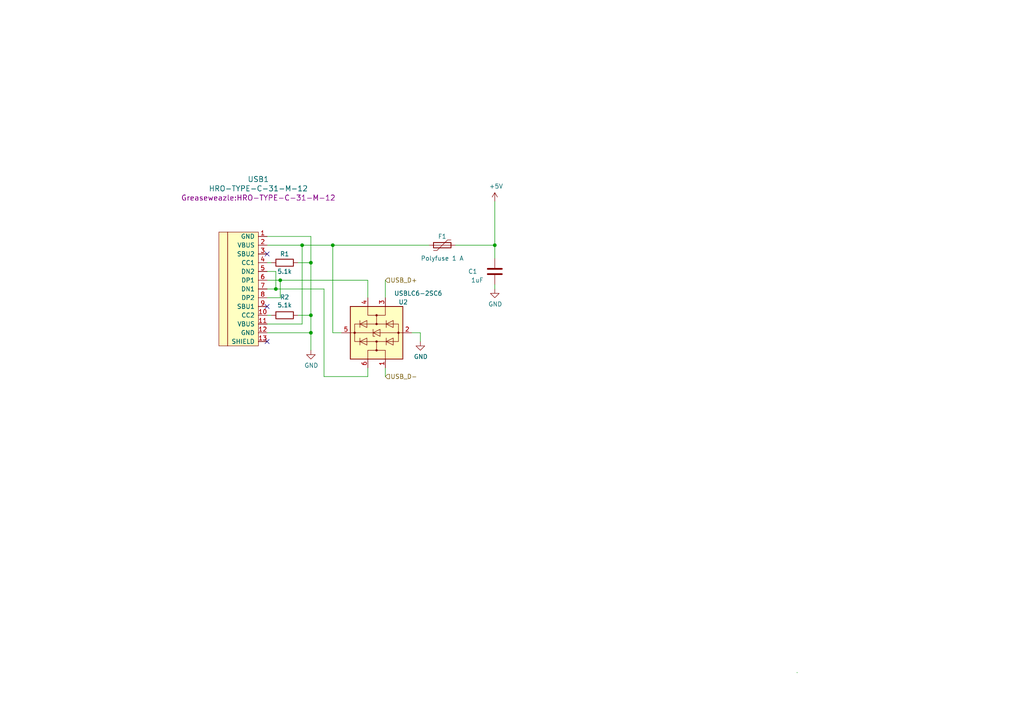
<source format=kicad_sch>
(kicad_sch (version 20231120) (generator "eeschema") (generator_version "8.0")
  (paper "A4")
  (title_block (title "Greaseweazle F7 Lighting, USB PD") (date "2023-08-27") (rev "2.04") (company "SweProj.com"))
  (lib_symbols
    (symbol "Device:C" (pin_numbers hide) (pin_names (offset 0.254))
      (property "Reference" "C" (at 0.635 2.54 0))
      (property "Value" "C" (at 0.635 -2.54 0))
      (symbol "C_0_1"
        (polyline (pts (xy -2.032 -0.762) (xy 2.032 -0.762)) (stroke (width 0.508)))
        (polyline (pts (xy -2.032 0.762) (xy 2.032 0.762)) (stroke (width 0.508)))
      )
      (symbol "C_1_1"
        (pin passive line (at 0 3.81 270) (length 2.794) (name "~") (number "1"))
        (pin passive line (at 0 -3.81 90) (length 2.794) (name "~") (number "2"))
      )
    )
    (symbol "Device:Polyfuse" (pin_numbers hide) (pin_names (offset 0))
      (property "Reference" "F" (at -2.54 0 90))
      (property "Value" "Polyfuse" (at 2.54 0 90))
      (symbol "Polyfuse_0_1"
        (rectangle (start -0.762 2.54) (end 0.762 -2.54) (stroke (width 0.254)))
        (polyline (pts (xy 0 2.54) (xy 0 -2.54)))
        (polyline (pts (xy -1.524 2.54) (xy -1.524 1.524) (xy 1.524 -1.524) (xy 1.524 -2.54)))
      )
      (symbol "Polyfuse_1_1"
        (pin passive line (at 0 3.81 270) (length 1.27) (name "~") (number "1"))
        (pin passive line (at 0 -3.81 90) (length 1.27) (name "~") (number "2"))
      )
    )
    (symbol "Device:R" (pin_numbers hide) (pin_names (offset 0))
      (property "Reference" "R" (at 2.032 0 90))
      (property "Value" "R" (at 0 0 90))
      (symbol "R_0_1"
        (rectangle (start -1.016 -2.54) (end 1.016 2.54) (stroke (width 0.254)))
      )
      (symbol "R_1_1"
        (pin passive line (at 0 3.81 270) (length 1.27) (name "~") (number "1"))
        (pin passive line (at 0 -3.81 90) (length 1.27) (name "~") (number "2"))
      )
    )
    (symbol "Greaseweazle:HRO-TYPE-C-31-M-12" (pin_names (offset 1.016))
      (property "Reference" "USB" (at -5.08 16.51 0))
      (property "Value" "HRO-TYPE-C-31-M-12" (at -10.16 -1.27 90))
      (symbol "HRO-TYPE-C-31-M-12_0_1"
        (rectangle (start -11.43 15.24) (end -8.89 -17.78) (fill (type background)))
        (rectangle (start 0 -17.78) (end -8.89 15.24) (fill (type background)))
      )
      (symbol "HRO-TYPE-C-31-M-12_1_1"
        (pin input line (at 2.54 13.97 180) (length 2.54) (name "GND") (number "1"))
        (pin input line (at 2.54 -8.89 180) (length 2.54) (name "CC2") (number "10"))
        (pin input line (at 2.54 -11.43 180) (length 2.54) (name "VBUS") (number "11"))
        (pin input line (at 2.54 -13.97 180) (length 2.54) (name "GND") (number "12"))
        (pin input line (at 2.54 -16.51 180) (length 2.54) (name "SHIELD") (number "13"))
        (pin input line (at 2.54 11.43 180) (length 2.54) (name "VBUS") (number "2"))
        (pin input line (at 2.54 8.89 180) (length 2.54) (name "SBU2") (number "3"))
        (pin input line (at 2.54 6.35 180) (length 2.54) (name "CC1") (number "4"))
        (pin input line (at 2.54 3.81 180) (length 2.54) (name "DN2") (number "5"))
        (pin input line (at 2.54 1.27 180) (length 2.54) (name "DP1") (number "6"))
        (pin input line (at 2.54 -1.27 180) (length 2.54) (name "DN1") (number "7"))
        (pin input line (at 2.54 -3.81 180) (length 2.54) (name "DP2") (number "8"))
        (pin input line (at 2.54 -6.35 180) (length 2.54) (name "SBU1") (number "9"))
      )
    )
    (symbol "Power_Protection:USBLC6-2SC6" (pin_names hide)
      (property "Reference" "U" (at 2.54 8.89 0))
      (property "Value" "USBLC6-2SC6" (at 2.54 -8.89 0))
      (symbol "USBLC6-2SC6_0_1"
        (rectangle (start -7.62 -7.62) (end 7.62 7.62) (stroke (width 0.254)) (fill (type background)))
        (circle (center -5.08 0) (radius 0.254) (fill (type outline)))
        (circle (center -2.54 0) (radius 0.254) (fill (type outline)))
        (rectangle (start -2.54 6.35) (end 2.54 -6.35))
        (circle (center 0 -6.35) (radius 0.254) (fill (type outline)))
        (polyline (pts (xy -5.08 -2.54) (xy -7.62 -2.54)))
        (polyline (pts (xy -5.08 0) (xy -5.08 -2.54)))
        (polyline (pts (xy -5.08 2.54) (xy -7.62 2.54)))
        (polyline (pts (xy -1.524 -2.794) (xy -3.556 -2.794)))
        (polyline (pts (xy -1.524 4.826) (xy -3.556 4.826)))
        (polyline (pts (xy 0 -7.62) (xy 0 -6.35)))
        (polyline (pts (xy 0 -6.35) (xy 0 1.27)))
        (polyline (pts (xy 0 1.27) (xy 0 6.35)))
        (polyline (pts (xy 0 6.35) (xy 0 7.62)))
        (polyline (pts (xy 1.524 -2.794) (xy 3.556 -2.794)))
        (polyline (pts (xy 1.524 4.826) (xy 3.556 4.826)))
        (polyline (pts (xy 5.08 -2.54) (xy 7.62 -2.54)))
        (polyline (pts (xy 5.08 0) (xy 5.08 -2.54)))
        (polyline (pts (xy 5.08 2.54) (xy 7.62 2.54)))
        (polyline (pts (xy -2.54 0) (xy -5.08 0) (xy -5.08 2.54)))
        (polyline (pts (xy 2.54 0) (xy 5.08 0) (xy 5.08 2.54)))
        (polyline (pts (xy -3.556 -4.826) (xy -1.524 -4.826) (xy -2.54 -2.794) (xy -3.556 -4.826)))
        (polyline (pts (xy -3.556 2.794) (xy -1.524 2.794) (xy -2.54 4.826) (xy -3.556 2.794)))
        (polyline (pts (xy -1.016 -1.016) (xy 1.016 -1.016) (xy 0 1.016) (xy -1.016 -1.016)))
        (polyline (pts (xy 1.016 1.016) (xy 0.762 1.016) (xy -1.016 1.016) (xy -1.016 0.508)))
        (polyline (pts (xy 3.556 -4.826) (xy 1.524 -4.826) (xy 2.54 -2.794) (xy 3.556 -4.826)))
        (polyline (pts (xy 3.556 2.794) (xy 1.524 2.794) (xy 2.54 4.826) (xy 3.556 2.794)))
        (circle (center 0 6.35) (radius 0.254) (fill (type outline)))
        (circle (center 2.54 0) (radius 0.254) (fill (type outline)))
        (circle (center 5.08 0) (radius 0.254) (fill (type outline)))
      )
      (symbol "USBLC6-2SC6_1_1"
        (pin passive line (at -10.16 -2.54 0) (length 2.54) (name "I/O1") (number "1"))
        (pin passive line (at 0 -10.16 90) (length 2.54) (name "GND") (number "2"))
        (pin passive line (at 10.16 -2.54 180) (length 2.54) (name "I/O2") (number "3"))
        (pin passive line (at 10.16 2.54 180) (length 2.54) (name "I/O2") (number "4"))
        (pin passive line (at 0 10.16 270) (length 2.54) (name "VBUS") (number "5"))
        (pin passive line (at -10.16 2.54 0) (length 2.54) (name "I/O1") (number "6"))
      )
    )
    (symbol "power:+5V" (power) (pin_names (offset 0))
      (property "Value" "+5V" (at 0 3.556 0))
      (symbol "+5V_0_1"
        (polyline (pts (xy -0.762 1.27) (xy 0 2.54)))
        (polyline (pts (xy 0 0) (xy 0 2.54)))
        (polyline (pts (xy 0 2.54) (xy 0.762 1.27)))
      )
      (symbol "+5V_1_1"
        (pin power_in line (at 0 0 90) (length 0) hide (name "+5V") (number "1"))
      )
    )
    (symbol "power:GND" (power) (pin_names (offset 0))
      (property "Value" "GND" (at 0 -3.81 0))
      (symbol "GND_0_1"
        (polyline (pts (xy 0 0) (xy 0 -1.27) (xy 1.27 -1.27) (xy 0 -2.54) (xy -1.27 -1.27) (xy 0 -1.27)))
      )
      (symbol "GND_1_1"
        (pin power_in line (at 0 0 270) (length 0) hide (name "GND") (number "1"))
      )
    )
  )
  (junction (at 87.63 71.12))
  (junction (at 90.17 91.44))
  (junction (at 143.51 71.12))
  (junction (at 90.17 96.52))
  (junction (at 81.28 81.28))
  (junction (at 90.17 76.2))
  (junction (at 96.52 71.12))
  (junction (at 80.01 83.82))
  (no_connect (at 77.47 73.66))
  (no_connect (at 77.47 88.9))
  (no_connect (at 77.47 99.06))
  (wire (pts (xy 77.47 83.82) (xy 80.01 83.82)))
  (wire (pts (xy 143.51 58.42) (xy 143.51 71.12)))
  (wire (pts (xy 106.68 109.22) (xy 106.68 106.68)))
  (wire (pts (xy 80.01 78.74) (xy 80.01 83.82)))
  (wire (pts (xy 77.47 86.36) (xy 81.28 86.36)))
  (wire (pts (xy 77.47 96.52) (xy 90.17 96.52)))
  (wire (pts (xy 81.28 81.28) (xy 81.28 86.36)))
  (wire (pts (xy 143.51 82.55) (xy 143.51 83.82)))
  (wire (pts (xy 96.52 96.52) (xy 99.06 96.52)))
  (wire (pts (xy 132.08 71.12) (xy 143.51 71.12)))
  (wire (pts (xy 87.63 71.12) (xy 87.63 93.98)))
  (wire (pts (xy 80.01 83.82) (xy 93.98 83.82)))
  (wire (pts (xy 86.36 76.2) (xy 90.17 76.2)))
  (wire (pts (xy 121.92 96.52) (xy 121.92 99.06)))
  (wire (pts (xy 111.76 81.28) (xy 111.76 86.36)))
  (wire (pts (xy 90.17 91.44) (xy 90.17 96.52)))
  (wire (pts (xy 77.47 71.12) (xy 87.63 71.12)))
  (wire (pts (xy 90.17 76.2) (xy 90.17 91.44)))
  (wire (pts (xy 77.47 81.28) (xy 81.28 81.28)))
  (wire (pts (xy 119.38 96.52) (xy 121.92 96.52)))
  (wire (pts (xy 81.28 81.28) (xy 106.68 81.28)))
  (wire (pts (xy 90.17 68.58) (xy 90.17 76.2)))
  (wire (pts (xy 77.47 76.2) (xy 78.74 76.2)))
  (wire (pts (xy 96.52 96.52) (xy 96.52 71.12)))
  (wire (pts (xy 90.17 96.52) (xy 90.17 101.6)))
  (wire (pts (xy 106.68 81.28) (xy 106.68 86.36)))
  (wire (pts (xy 93.98 83.82) (xy 93.98 109.22)))
  (wire (pts (xy 77.47 78.74) (xy 80.01 78.74)))
  (wire (pts (xy 143.51 71.12) (xy 143.51 74.93)))
  (wire (pts (xy 87.63 71.12) (xy 96.52 71.12)))
  (wire (pts (xy 93.98 109.22) (xy 106.68 109.22)))
  (wire (pts (xy 96.52 71.12) (xy 124.46 71.12)))
  (wire (pts (xy 77.47 91.44) (xy 78.74 91.44)))
  (wire (pts (xy 77.47 68.58) (xy 90.17 68.58)))
  (wire (pts (xy 77.47 93.98) (xy 87.63 93.98)))
  (wire (pts (xy 231.14 195.072) (xy 231.267 195.072)))
  (wire (pts (xy 111.76 109.22) (xy 111.76 106.68)))
  (wire (pts (xy 86.36 91.44) (xy 90.17 91.44)))
  (hierarchical_label "USB_D+" (shape input) (at 111.76 81.28 0))
  (hierarchical_label "USB_D-" (shape input) (at 111.76 109.22 0))
  (symbol (lib_id "Device:Polyfuse") (at 128.27 71.12 270) (unit 1)
    (property "Reference" "F1" (at 128.27 68.58 90))
    (property "Value" "Polyfuse 1 A" (at 128.27 74.93 90))
    (property "Footprint" "Greaseweazle:Fuse_1206_3216Metric" (effects (hide yes)))
    (property "Datasheet" "https://datasheet.lcsc.com/szlcsc/1811141110_TECHFUSE-nSMD020-30V_C69680.pdf" (effects (hide yes)))
    (property "LCSC" "C720075" (effects (hide yes)))
  )
  (symbol (lib_id "power:GND") (at 90.17 101.6 0) (unit 1)
    (property "Reference" "#PWR0104" (effects (hide yes)))
    (property "Value" "GND" (at 90.297 105.9942 0))
  )
  (symbol (lib_id "power:GND") (at 143.51 83.82 0) (unit 1)
    (property "Reference" "#PWR0102" (effects (hide yes)))
    (property "Value" "GND" (at 143.637 88.2142 0))
  )
  (symbol (lib_id "Greaseweazle:HRO-TYPE-C-31-M-12") (at 74.93 82.55 0) (unit 1)
    (property "Reference" "USB1" (at 74.93 51.9938 0) (effects (font (size 1.524 1.524))))
    (property "Value" "HRO-TYPE-C-31-M-12" (at 74.93 54.6862 0) (effects (font (size 1.524 1.524))))
    (property "Footprint" "Greaseweazle:HRO-TYPE-C-31-M-12" (at 74.93 57.3786 0) (effects (font (size 1.524 1.524))))
    (property "Datasheet" "https://datasheet.lcsc.com/szlcsc/1811131825_Korean-Hroparts-Elec-TYPE-C-31-M-12_C165948.pdf" (effects (hide yes)))
    (property "LCSC" "C165948" (effects (hide yes)))
  )
  (symbol (lib_id "Device:R") (at 82.55 76.2 270) (unit 1)
    (property "Reference" "R1" (at 82.55 73.66 90))
    (property "Value" "5.1k" (at 82.55 78.74 90))
    (property "Footprint" "Resistor_SMD:R_0402_1005Metric" (effects (hide yes)))
    (property "LCSC" "C25905" (effects (hide yes)))
  )
  (symbol (lib_id "Device:R") (at 82.55 91.44 270) (unit 1)
    (property "Reference" "R2" (at 82.55 86.1822 90))
    (property "Value" "5.1k" (at 82.55 88.4936 90))
    (property "Footprint" "Resistor_SMD:R_0402_1005Metric" (effects (hide yes)))
    (property "LCSC" "C25905" (effects (hide yes)))
  )
  (symbol (lib_id "Device:C") (at 143.51 78.74 0) (mirror x) (unit 1)
    (property "Reference" "C1" (at 137.1092 78.74 0))
    (property "Value" "1uF" (at 138.43 81.28 0))
    (property "Footprint" "Capacitor_SMD:C_0603_1608Metric" (effects (hide yes)))
    (property "LCSC" "C15849" (effects (hide yes)))
  )
  (symbol (lib_id "Power_Protection:USBLC6-2SC6") (at 109.22 96.52 90) (unit 1)
    (property "Reference" "U2" (at 115.57 87.63 90) (effects (justify right)))
    (property "Value" "USBLC6-2SC6" (at 114.3 85.09 90) (effects (justify right)))
    (property "Footprint" "Package_TO_SOT_SMD:SOT-23-6" (effects (hide yes)))
    (property "LCSC" "C7519" (effects (hide yes)))
  )
  (symbol (lib_id "power:GND") (at 121.92 99.06 0) (unit 1)
    (property "Reference" "#PWR0105" (effects (hide yes)))
    (property "Value" "GND" (at 122.047 103.4542 0))
  )
  (symbol (lib_id "power:+5V") (at 143.51 58.42 0) (unit 1)
    (property "Reference" "#PWR0106" (effects (hide yes)))
    (property "Value" "+5V" (at 143.891 54.0258 0))
  )
)
</source>
